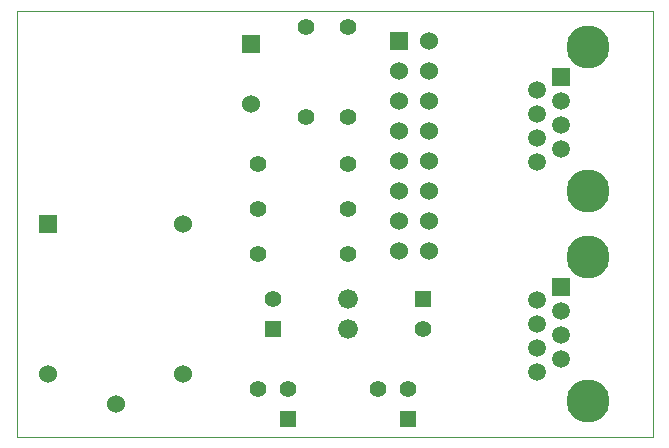
<source format=gbs>
G04 (created by PCBNEW (22-Jun-2014 BZR 4027)-stable) date Cts 25 Nis 2020 13:37:24 +03*
%MOIN*%
G04 Gerber Fmt 3.4, Leading zero omitted, Abs format*
%FSLAX34Y34*%
G01*
G70*
G90*
G04 APERTURE LIST*
%ADD10C,0.00590551*%
%ADD11C,0.00393701*%
%ADD12C,0.1437*%
%ADD13R,0.0591X0.0591*%
%ADD14C,0.0591*%
%ADD15R,0.055X0.055*%
%ADD16C,0.055*%
%ADD17R,0.06X0.06*%
%ADD18C,0.06*%
%ADD19C,0.066*%
G04 APERTURE END LIST*
G54D10*
G54D11*
X6450Y-6400D02*
X6450Y-6450D01*
X27650Y-6400D02*
X27650Y-6450D01*
X6450Y-6400D02*
X27650Y-6400D01*
X6450Y-6500D02*
X6450Y-6450D01*
X6450Y-20600D02*
X6450Y-6500D01*
X27650Y-20600D02*
X6450Y-20600D01*
X27650Y-6450D02*
X27650Y-20600D01*
G54D12*
X25500Y-7600D03*
X25500Y-12400D03*
G54D13*
X24600Y-8600D03*
G54D14*
X23800Y-9050D03*
X24600Y-9400D03*
X23800Y-9850D03*
X24600Y-10200D03*
X23800Y-10650D03*
X24600Y-11000D03*
X23800Y-11450D03*
G54D15*
X19500Y-20000D03*
G54D16*
X19500Y-19000D03*
X18500Y-19000D03*
G54D15*
X15500Y-20000D03*
G54D16*
X15500Y-19000D03*
X14500Y-19000D03*
X17500Y-14500D03*
X14500Y-14500D03*
X17500Y-13000D03*
X14500Y-13000D03*
X16100Y-9950D03*
X16100Y-6950D03*
X17500Y-6950D03*
X17500Y-9950D03*
X17500Y-11500D03*
X14500Y-11500D03*
G54D17*
X19200Y-7400D03*
G54D18*
X20200Y-7400D03*
X19200Y-8400D03*
X20200Y-8400D03*
X19200Y-9400D03*
X20200Y-9400D03*
X19200Y-10400D03*
X20200Y-10400D03*
X19200Y-11400D03*
X20200Y-11400D03*
X19200Y-12400D03*
X20200Y-12400D03*
X19200Y-13400D03*
X20200Y-13400D03*
X19200Y-14400D03*
X20200Y-14400D03*
G54D19*
X17500Y-16000D03*
X17500Y-17000D03*
G54D15*
X15000Y-17000D03*
G54D16*
X15000Y-16000D03*
G54D15*
X20000Y-16000D03*
G54D16*
X20000Y-17000D03*
G54D12*
X25500Y-14600D03*
X25500Y-19400D03*
G54D13*
X24600Y-15600D03*
G54D14*
X23800Y-16050D03*
X24600Y-16400D03*
X23800Y-16850D03*
X24600Y-17200D03*
X23800Y-17650D03*
X24600Y-18000D03*
X23800Y-18450D03*
G54D17*
X14250Y-7500D03*
G54D18*
X14250Y-9500D03*
G54D17*
X7500Y-13500D03*
G54D18*
X7500Y-18500D03*
X9750Y-19500D03*
X12000Y-18500D03*
X12000Y-13500D03*
M02*

</source>
